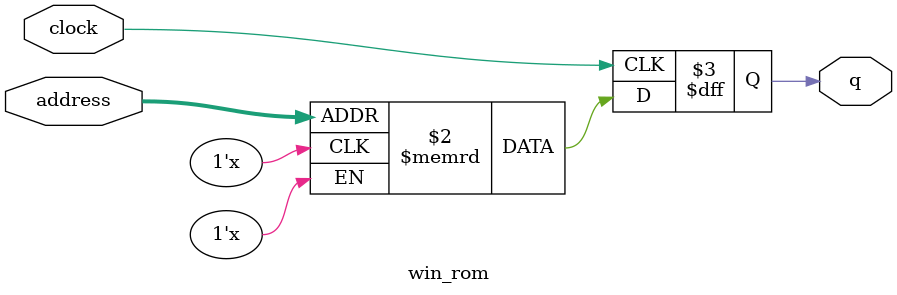
<source format=sv>
module win_rom (
	input logic clock,
	input logic [16:0] address,
	output logic [0:0] q
);

logic [0:0] memory [0:115199] /* synthesis ram_init_file = "./win/win.mif" */;

always_ff @ (posedge clock) begin
	q <= memory[address];
end

endmodule

</source>
